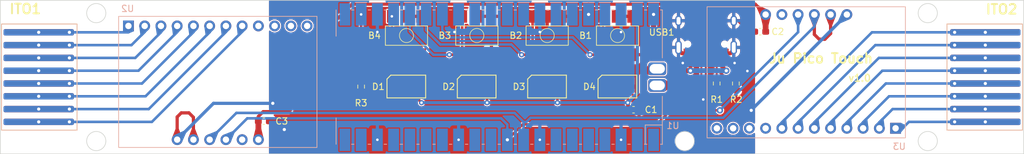
<source format=kicad_pcb>
(kicad_pcb (version 20240108) (generator "pcbnew") (generator_version "8.0")
  (title_block (title "Teeny Controller for IIDX"))
  (layers (0 "F.Cu" signal) (31 "B.Cu" signal) (34 "B.Paste" user) (35 "F.Paste" user) (36 "B.SilkS" user "B.Silkscreen") (37 "F.SilkS" user "F.Silkscreen") (38 "B.Mask" user) (39 "F.Mask" user) (44 "Edge.Cuts" user))
  (net 0 "")
  (net 1 "GND")
  (net 2 "+5V")
  (net 3 "+3V3")
  (net 4 "/A1")
  (net 5 "/A2")
  (net 6 "Net-(USB1-CC1)")
  (net 7 "Net-(USB1-CC2)")
  (net 9 "Net-(D1-In)")
  (net 13 "/SCL")
  (net 14 "/A3")
  (net 15 "/A4")
  (net 16 "/A5")
  (net 17 "/A6")
  (net 18 "/A7")
  (net 19 "/A8")
  (net 21 "/B1")
  (net 22 "/B2")
  (net 23 "/B3")
  (net 24 "/B4")
  (net 25 "/B5")
  (net 26 "/B6")
  (net 27 "/B7")
  (net 28 "/B8")
  (net 32 "Net-(B2-A)")
  (net 36 "/SDA")
  (net 41 "VBUS")
  (net 52 "Net-(U1-USB1)")
  (net 53 "Net-(U1-USB2)")
  (net 57 "Net-(B4-A)")
  (net 58 "Net-(B1-A)")
  (net 59 "Net-(B3-A)")
  (net 64 "Net-(D1-Out)")
  (net 65 "Net-(D2-Out)")
  (net 66 "Net-(D3-Out)")
  (net 68 "Net-(U1-GPIO17)")
  (footprint "Type-C:HRO-TYPE-C-31-M-12-Assembly" (layer "F.Cu") (at 152.22 127.5675 180)
    (property "Reference" "USB1" (at 6.95 -4.4125 0) (layer "F.SilkS"))
    (property "Value" "U262-161N-4BVC11" (hide yes))
    (pad "" np_thru_hole circle (at -2.89 -6.25 180) (size 0.65 0.65) (drill 0.65) (layers "*.Cu" "*.Mask"))
    (pad "" np_thru_hole circle (at 2.89 -6.25 180) (size 0.65 0.65) (drill 0.65) (layers "*.Cu" "*.Mask"))
    (pad "1" smd rect (at -3.225 -7.695 180) (size 0.6 1.45) (layers "F.Cu" "F.Paste" "F.Mask") (net 1 "GND"))
    (pad "2" smd rect (at -2.45 -7.695 180) (size 0.6 1.45) (layers "F.Cu" "F.Paste" "F.Mask") (net 41 "VBUS"))
    (pad "3" smd rect (at -1.75 -7.695 180) (size 0.3 1.45) (layers "F.Cu" "F.Paste" "F.Mask"))
    (pad "4" smd rect (at -1.25 -7.695 180) (size 0.3 1.45) (layers "F.Cu" "F.Paste" "F.Mask") (net 6 "Net-(USB1-CC1)"))
    (pad "5" smd rect (at -0.75 -7.695 180) (size 0.3 1.45) (layers "F.Cu" "F.Paste" "F.Mask") (net 52 "Net-(U1-USB1)"))
    (pad "6" smd rect (at -0.25 -7.695 180) (size 0.3 1.45) (layers "F.Cu" "F.Paste" "F.Mask") (net 53 "Net-(U1-USB2)"))
    (pad "7" smd rect (at 0.25 -7.695 180) (size 0.3 1.45) (layers "F.Cu" "F.Paste" "F.Mask") (net 52 "Net-(U1-USB1)"))
    (pad "8" smd rect (at 0.75 -7.695 180) (size 0.3 1.45) (layers "F.Cu" "F.Paste" "F.Mask") (net 53 "Net-(U1-USB2)"))
    (pad "9" smd rect (at 1.25 -7.695 180) (size 0.3 1.45) (layers "F.Cu" "F.Paste" "F.Mask"))
    (pad "10" smd rect (at 1.75 -7.695 180) (size 0.3 1.45) (layers "F.Cu" "F.Paste" "F.Mask") (net 7 "Net-(USB1-CC2)"))
    (pad "11" smd rect (at 2.45 -7.695 180) (size 0.6 1.45) (layers "F.Cu" "F.Paste" "F.Mask") (net 41 "VBUS"))
    (pad "12" smd rect (at 3.225 -7.695 180) (size 0.6 1.45) (layers "F.Cu" "F.Paste" "F.Mask") (net 1 "GND"))
    (pad "13" thru_hole oval (at -4.32 -6.78 180) (size 1 2.1) (drill oval 0.6 1.7) (layers "*.Cu" "*.Mask") (net 1 "GND"))
    (pad "13" thru_hole oval (at -4.32 -2.6 180) (size 1 1.6) (drill oval 0.6 1.2) (layers "*.Cu" "*.Mask") (net 1 "GND"))
    (pad "13" thru_hole oval (at 4.32 -6.78 180) (size 1 2.1) (drill oval 0.6 1.7) (layers "*.Cu" "*.Mask") (net 1 "GND"))
    (pad "13" thru_hole oval (at 4.32 -2.6 180) (size 1 1.6) (drill oval 0.6 1.2) (layers "*.Cu" "*.Mask") (net 1 "GND"))
  )
  (footprint "ju_touch:EVQP1K05M" (layer "F.Cu") (at 138.37 132.48 90)
    (property "Reference" "B1" (at 0 -5 180) (layer "F.SilkS"))
    (property "Value" "SW_SPST")
    (pad "1" smd rect (at -3 -2.286 270) (size 2 1.524) (layers "F.Cu" "F.Paste" "F.Mask") (net 58 "Net-(B1-A)"))
    (pad "1" smd rect (at -3 0 270) (size 2 1.8) (layers "F.Cu" "F.Paste" "F.Mask") (net 58 "Net-(B1-A)"))
    (pad "1" smd rect (at 3 -2.286 270) (size 2 1.524) (layers "F.Cu" "F.Paste" "F.Mask") (net 58 "Net-(B1-A)"))
    (pad "2" smd rect (at -3 2.286 270) (size 2 1.524) (layers "F.Cu" "F.Paste" "F.Mask") (net 1 "GND"))
    (pad "2" smd rect (at 3 0 270) (size 2 1.8) (layers "F.Cu" "F.Paste" "F.Mask") (net 1 "GND"))
    (pad "2" smd rect (at 3 2.286 270) (size 2 1.524) (layers "F.Cu" "F.Paste" "F.Mask") (net 1 "GND"))
  )
  (footprint "ju_touch:WS2812B-2835" (layer "F.Cu") (at 105.37 140.48 180)
    (property "Reference" "D1" (at 4.4 0 0) (layer "F.SilkS"))
    (property "Value" "WS2812B_Unified" (hide yes))
    (pad "G" smd rect (at 1.6 0.9 180) (size 1.8 1) (layers "F.Cu" "F.Paste" "F.Mask") (net 1 "GND"))
    (pad "I" smd rect (at 1.6 -0.9 180) (size 1.8 1) (layers "F.Cu" "F.Paste" "F.Mask") (net 9 "Net-(D1-In)"))
    (pad "O" smd rect (at -1.6 0.9 180) (size 1.8 1) (layers "F.Cu" "F.Paste" "F.Mask") (net 64 "Net-(D1-Out)"))
    (pad "V" smd rect (at -1.6 -0.9 180) (size 1.8 1) (layers "F.Cu" "F.Paste" "F.Mask") (net 2 "+5V"))
  )
  (footprint "ju_touch:WS2812B-2835" (layer "F.Cu") (at 116.37 140.48 180)
    (property "Reference" "D2" (at 4.4 0 0) (layer "F.SilkS"))
    (property "Value" "WS2812B_Unified" (hide yes))
    (pad "G" smd rect (at 1.6 0.9 180) (size 1.8 1) (layers "F.Cu" "F.Paste" "F.Mask") (net 1 "GND"))
    (pad "I" smd rect (at 1.6 -0.9 180) (size 1.8 1) (layers "F.Cu" "F.Paste" "F.Mask") (net 64 "Net-(D1-Out)"))
    (pad "O" smd rect (at -1.6 0.9 180) (size 1.8 1) (layers "F.Cu" "F.Paste" "F.Mask") (net 65 "Net-(D2-Out)"))
    (pad "V" smd rect (at -1.6 -0.9 180) (size 1.8 1) (layers "F.Cu" "F.Paste" "F.Mask") (net 2 "+5V"))
  )
  (footprint "Resistor_SMD:R_0603_1608Metric_Pad0.98x0.95mm_HandSolder" (layer "F.Cu") (at 98.28 140.4675 -90)
    (property "Reference" "R3" (at 2.5625 0.01 180) (layer "F.SilkS"))
    (property "Value" "10")
    (pad "1" smd roundrect (at -0.9125 0 270) (size 0.975 0.95) (layers "F.Cu" "F.Paste" "F.Mask") (net 68 "Net-(U1-GPIO17)"))
    (pad "2" smd roundrect (at 0.9125 0 270) (size 0.975 0.95) (layers "F.Cu" "F.Paste" "F.Mask") (net 9 "Net-(D1-In)"))
  )
  (footprint "ju_touch:EVQP1K05M" (layer "F.Cu") (at 105.37 132.48 90)
    (property "Reference" "B4" (at 0 -5 180) (layer "F.SilkS"))
    (property "Value" "SW_SPST")
    (pad "1" smd rect (at -3 -2.286 270) (size 2 1.524) (layers "F.Cu" "F.Paste" "F.Mask") (net 57 "Net-(B4-A)"))
    (pad "1" smd rect (at -3 0 270) (size 2 1.8) (layers "F.Cu" "F.Paste" "F.Mask") (net 57 "Net-(B4-A)"))
    (pad "1" smd rect (at 3 -2.286 270) (size 2 1.524) (layers "F.Cu" "F.Paste" "F.Mask") (net 57 "Net-(B4-A)"))
    (pad "2" smd rect (at -3 2.286 270) (size 2 1.524) (layers "F.Cu" "F.Paste" "F.Mask") (net 1 "GND"))
    (pad "2" smd rect (at 3 0 270) (size 2 1.8) (layers "F.Cu" "F.Paste" "F.Mask") (net 1 "GND"))
    (pad "2" smd rect (at 3 2.286 270) (size 2 1.524) (layers "F.Cu" "F.Paste" "F.Mask") (net 1 "GND"))
  )
  (footprint "Capacitor_SMD:C_0603_1608Metric_Pad1.08x0.95mm_HandSolder" (layer "F.Cu") (at 83.07 145.88)
    (property "Reference" "C3" (at 2.8 0 0) (layer "F.SilkS"))
    (property "Value" "0.1uF")
    (pad "1" smd roundrect (at -0.8625 0) (size 1.075 0.95) (layers "F.Cu" "F.Paste" "F.Mask") (net 3 "+3V3"))
    (pad "2" smd roundrect (at 0.8625 0) (size 1.075 0.95) (layers "F.Cu" "F.Paste" "F.Mask") (net 1 "GND"))
  )
  (footprint "Resistor_SMD:R_0603_1608Metric_Pad0.98x0.95mm_HandSolder" (layer "F.Cu") (at 153.87 139.98 -90)
    (property "Reference" "R1" (at 2.5 0 0) (layer "F.SilkS"))
    (property "Value" "5K1")
    (pad "1" smd roundrect (at -0.9125 0 270) (size 0.975 0.95) (layers "F.Cu" "F.Paste" "F.Mask") (net 6 "Net-(USB1-CC1)"))
    (pad "2" smd roundrect (at 0.9125 0 270) (size 0.975 0.95) (layers "F.Cu" "F.Paste" "F.Mask") (net 1 "GND"))
  )
  (footprint "ju_touch:WS2812B-2835" (layer "F.Cu") (at 127.37 140.48 180)
    (property "Reference" "D3" (at 4.4 0 0) (layer "F.SilkS"))
    (property "Value" "WS2812B_Unified" (hide yes))
    (pad "G" smd rect (at 1.6 0.9 180) (size 1.8 1) (layers "F.Cu" "F.Paste" "F.Mask") (net 1 "GND"))
    (pad "I" smd rect (at 1.6 -0.9 180) (size 1.8 1) (layers "F.Cu" "F.Paste" "F.Mask") (net 65 "Net-(D2-Out)"))
    (pad "O" smd rect (at -1.6 0.9 180) (size 1.8 1) (layers "F.Cu" "F.Paste" "F.Mask") (net 66 "Net-(D3-Out)"))
    (pad "V" smd rect (at -1.6 -0.9 180) (size 1.8 1) (layers "F.Cu" "F.Paste" "F.Mask") (net 2 "+5V"))
  )
  (footprint "Capacitor_SMD:C_0603_1608Metric_Pad1.08x0.95mm_HandSolder" (layer "F.Cu") (at 160.67 131.88 180)
    (property "Reference" "C2" (at -2.75 0 0) (layer "F.SilkS"))
    (property "Value" "0.1uF")
    (pad "1" smd roundrect (at -0.8625 0 180) (size 1.075 0.95) (layers "F.Cu" "F.Paste" "F.Mask") (net 3 "+3V3"))
    (pad "2" smd roundrect (at 0.8625 0 180) (size 1.075 0.95) (layers "F.Cu" "F.Paste" "F.Mask") (net 1 "GND"))
  )
  (footprint "ju_touch:EVQP1K05M" (layer "F.Cu") (at 127.37 132.48 90)
    (property "Reference" "B2" (at 0 -4.9 180) (layer "F.SilkS"))
    (property "Value" "SW_SPST")
    (pad "1" smd rect (at -3 -2.286 270) (size 2 1.524) (layers "F.Cu" "F.Paste" "F.Mask") (net 32 "Net-(B2-A)"))
    (pad "1" smd rect (at -3 0 270) (size 2 1.8) (layers "F.Cu" "F.Paste" "F.Mask") (net 32 "Net-(B2-A)"))
    (pad "1" smd rect (at 3 -2.286 270) (size 2 1.524) (layers "F.Cu" "F.Paste" "F.Mask") (net 32 "Net-(B2-A)"))
    (pad "2" smd rect (at -3 2.286 270) (size 2 1.524) (layers "F.Cu" "F.Paste" "F.Mask") (net 1 "GND"))
    (pad "2" smd rect (at 3 0 270) (size 2 1.8) (layers "F.Cu" "F.Paste" "F.Mask") (net 1 "GND"))
    (pad "2" smd rect (at 3 2.286 270) (size 2 1.524) (layers "F.Cu" "F.Paste" "F.Mask") (net 1 "GND"))
  )
  (footprint "Resistor_SMD:R_0603_1608Metric_Pad0.98x0.95mm_HandSolder" (layer "F.Cu") (at 156.87 139.98 -90)
    (property "Reference" "R2" (at 2.5 -0.05 0) (layer "F.SilkS"))
    (property "Value" "5K1")
    (pad "1" smd roundrect (at -0.9125 0 270) (size 0.975 0.95) (layers "F.Cu" "F.Paste" "F.Mask") (net 7 "Net-(USB1-CC2)"))
    (pad "2" smd roundrect (at 0.9125 0 270) (size 0.975 0.95) (layers "F.Cu" "F.Paste" "F.Mask") (net 1 "GND"))
  )
  (footprint "ju_touch:EVQP1K05M" (layer "F.Cu") (at 116.37 132.48 90)
    (property "Reference" "B3" (at 0 -5 180) (layer "F.SilkS"))
    (property "Value" "SW_SPST")
    (pad "1" smd rect (at -3 -2.286 270) (size 2 1.524) (layers "F.Cu" "F.Paste" "F.Mask") (net 59 "Net-(B3-A)"))
    (pad "1" smd rect (at -3 0 270) (size 2 1.8) (layers "F.Cu" "F.Paste" "F.Mask") (net 59 "Net-(B3-A)"))
    (pad "1" smd rect (at 3 -2.286 270) (size 2 1.524) (layers "F.Cu" "F.Paste" "F.Mask") (net 59 "Net-(B3-A)"))
    (pad "2" smd rect (at -3 2.286 270) (size 2 1.524) (layers "F.Cu" "F.Paste" "F.Mask") (net 1 "GND"))
    (pad "2" smd rect (at 3 0 270) (size 2 1.8) (layers "F.Cu" "F.Paste" "F.Mask") (net 1 "GND"))
    (pad "2" smd rect (at 3 2.286 270) (size 2 1.524) (layers "F.Cu" "F.Paste" "F.Mask") (net 1 "GND"))
  )
  (footprint "ju_touch:WS2812B-2835" (layer "F.Cu") (at 138.37 140.48 180)
    (property "Reference" "D4" (at 4.4 0 0) (layer "F.SilkS"))
    (property "Value" "WS2812B_Unified" (hide yes))
    (pad "G" smd rect (at 1.6 0.9 180) (size 1.8 1) (layers "F.Cu" "F.Paste" "F.Mask") (net 1 "GND"))
    (pad "I" smd rect (at 1.6 -0.9 180) (size 1.8 1) (layers "F.Cu" "F.Paste" "F.Mask") (net 66 "Net-(D3-Out)"))
    (pad "O" smd rect (at -1.6 0.9 180) (size 1.8 1) (layers "F.Cu" "F.Paste" "F.Mask"))
    (pad "V" smd rect (at -1.6 -0.9 180) (size 1.8 1) (layers "F.Cu" "F.Paste" "F.Mask") (net 2 "+5V"))
  )
  (footprint "Capacitor_SMD:C_0603_1608Metric_Pad1.08x0.95mm_HandSolder" (layer "F.Cu") (at 140.87 144.08)
    (property "Reference" "C1" (at 2.75 0 180) (layer "F.SilkS"))
    (property "Value" "0.1uF")
    (pad "1" smd roundrect (at -0.8625 0) (size 1.075 0.95) (layers "F.Cu" "F.Paste" "F.Mask") (net 2 "+5V"))
    (pad "2" smd roundrect (at 0.8625 0) (size 1.075 0.95) (layers "F.Cu" "F.Paste" "F.Mask") (net 1 "GND"))
  )
  (footprint "ju_touch:JuTouch_Conn8" (layer "B.Cu") (at 195.87 138.98 90)
    (property "Reference" "ITO2" (at 10.6 2.55 0) (layer "F.SilkS") (effects (font (size 1.5 1.5) (thickness 0.3) (bold yes))))
    (property "Value" "Conn_01x08_Socket" (hide yes))
    (pad "1" thru_hole circle (at -7 -4.8 90) (size 1 1) (drill 0.5) (layers "*.Cu" "*.Mask") (net 21 "/B1"))
    (pad "1" thru_hole roundrect (at -7 0 90) (size 1 11) (drill 0.5) (layers "*.Cu" "*.Mask") (net 21 "/B1"))
    (pad "2" thru_hole circle (at -5 -4.8 90) (size 1 1) (drill 0.5) (layers "*.Cu" "*.Mask") (net 22 "/B2"))
    (pad "2" thru_hole roundrect (at -5 0 90) (size 1 11) (drill 0.5) (layers "*.Cu" "*.Mask") (net 22 "/B2"))
    (pad "3" thru_hole circle (at -3 -4.8 90) (size 1 1) (drill 0.5) (layers "*.Cu" "*.Mask") (net 23 "/B3"))
    (pad "3" thru_hole roundrect (at -3 0 90) (size 1 11) (drill 0.5) (layers "*.Cu" "*.Mask") (net 23 "/B3"))
    (pad "4" thru_hole circle (at -1 -4.8 90) (size 1 1) (drill 0.5) (layers "*.Cu" "*.Mask") (net 24 "/B4"))
    (pad "4" thru_hole roundrect (at -1 0 90) (size 1 11) (drill 0.5) (layers "*.Cu" "*.Mask") (net 24 "/B4"))
    (pad "5" thru_hole circle (at 1 -4.8 90) (size 1 1) (drill 0.5) (layers "*.Cu" "*.Mask") (net 25 "/B5"))
    (pad "5" thru_hole roundrect (at 1 0 90) (size 1 11) (drill 0.5) (layers "*.Cu" "*.Mask") (net 25 "/B5"))
    (pad "6" thru_hole circle (at 3 -4.8 90) (size 1 1) (drill 0.5) (layers "*.Cu" "*.Mask") (net 26 "/B6"))
    (pad "6" thru_hole roundrect (at 3 0 90) (size 1 11) (drill 0.5) (layers "*.Cu" "*.Mask") (net 26 "/B6"))
    (pad "7" thru_hole circle (at 5 -4.8 90) (size 1 1) (drill 0.5) (layers "*.Cu" "*.Mask") (net 27 "/B7"))
    (pad "7" thru_hole roundrect (at 5 0 90) (size 1 11) (drill 0.5) (layers "*.Cu" "*.Mask") (net 27 "/B7"))
    (pad "8" thru_hole circle (at 7 -4.8 90) (size 1 1) (drill 0.5) (layers "*.Cu" "*.Mask") (net 28 "/B8"))
    (pad "8" thru_hole roundrect (at 7 0 90) (size 1 11) (drill 0.5) (layers "*.Cu" "*.Mask") (net 28 "/B8"))
  )
  (footprint "ju_touch:RPi_Pico_SMD_Pins_No_SWD_No_Text" (layer "B.Cu") (at 119.87 138.98 90)
    (property "Reference" "U1" (at -7.6 27.15 0) (layer "B.SilkS") (effects (justify mirror)))
    (property "Value" "PiPico_No_SWD" (hide yes))
    (pad "1" smd rect (at -9.8 24.13 90) (size 3.5 1.7) (layers "B.Cu" "B.Mask"))
    (pad "2" smd rect (at -9.8 21.59 90) (size 3.5 1.7) (layers "B.Cu" "B.Mask"))
    (pad "3" smd rect (at -9.8 19.05 90) (size 3.5 1.7) (layers "B.Cu" "B.Mask") (net 1 "GND"))
    (pad "4" smd rect (at -9.8 16.51 90) (size 3.5 1.7) (layers "B.Cu" "B.Mask"))
    (pad "5" smd rect (at -9.8 13.97 90) (size 3.5 1.7) (layers "B.Cu" "B.Mask"))
    (pad "6" smd rect (at -9.8 11.43 90) (size 3.5 1.7) (layers "B.Cu" "B.Mask"))
    (pad "7" smd rect (at -9.8 8.89 90) (size 3.5 1.7) (layers "B.Cu" "B.Mask"))
    (pad "8" smd rect (at -9.8 6.35 90) (size 3.5 1.7) (layers "B.Cu" "B.Mask") (net 1 "GND"))
    (pad "9" smd rect (at -9.8 3.81 90) (size 3.5 1.7) (layers "B.Cu" "B.Mask") (net 36 "/SDA"))
    (pad "10" smd rect (at -9.8 1.27 90) (size 3.5 1.7) (layers "B.Cu" "B.Mask") (net 13 "/SCL"))
    (pad "11" smd rect (at -9.8 -1.27 90) (size 3.5 1.7) (layers "B.Cu" "B.Mask"))
    (pad "12" smd rect (at -9.8 -3.81 90) (size 3.5 1.7) (layers "B.Cu" "B.Mask"))
    (pad "13" smd rect (at -9.8 -6.35 90) (size 3.5 1.7) (layers "B.Cu" "B.Mask") (net 1 "GND"))
    (pad "14" smd rect (at -9.8 -8.89 90) (size 3.5 1.7) (layers "B.Cu" "B.Mask"))
    (pad "15" smd rect (at -9.8 -11.43 90) (size 3.5 1.7) (layers "B.Cu" "B.Mask"))
    (pad "16" smd rect (at -9.8 -13.97 90) (size 3.5 1.7) (layers "B.Cu" "B.Mask"))
    (pad "17" smd rect (at -9.8 -16.51 90) (size 3.5 1.7) (layers "B.Cu" "B.Mask"))
    (pad "18" smd rect (at -9.8 -19.05 90) (size 3.5 1.7) (layers "B.Cu" "B.Mask") (net 1 "GND"))
    (pad "19" smd rect (at -9.8 -21.59 90) (size 3.5 1.7) (layers "B.Cu" "B.Mask"))
    (pad "20" smd rect (at -9.8 -24.13 90) (size 3.5 1.7) (layers "B.Cu" "B.Mask"))
    (pad "21" smd rect (at 9.8 -24.13 90) (size 3.5 1.7) (layers "B.Cu" "B.Mask"))
    (pad "22" smd rect (at 9.8 -21.59 90) (size 3.5 1.7) (layers "B.Cu" "B.Mask") (net 68 "Net-(U1-GPIO17)"))
    (pad "23" smd rect (at 9.8 -19.05 90) (size 3.5 1.7) (layers "B.Cu" "B.Mask") (net 1 "GND"))
    (pad "24" smd rect (at 9.8 -16.51 90) (size 3.5 1.7) (layers "B.Cu" "B.Mask") (net 57 "Net-(B4-A)"))
    (pad "25" smd rect (at 9.8 -13.97 90) (size 3.5 1.7) (layers "B.Cu" "B.Mask") (net 59 "Net-(B3-A)"))
    (pad "26" smd rect (at 9.8 -11.43 90) (size 3.5 1.7) (layers "B.Cu" "B.Mask") (net 32 "Net-(B2-A)"))
    (pad "27" smd rect (at 9.8 -8.89 90) (size 3.5 1.7) (layers "B.Cu" "B.Mask") (net 58 "Net-(B1-A)"))
    (pad "28" smd rect (at 9.8 -6.35 90) (size 3.5 1.7) (layers "B.Cu" "B.Mask") (net 1 "GND"))
    (pad "29" smd rect (at 9.8 -3.81 90) (size 3.5 1.7) (layers "B.Cu" "B.Mask"))
    (pad "30" smd rect (at 9.8 -1.27 90) (size 3.5 1.7) (layers "B.Cu" "B.Mask"))
    (pad "31" smd rect (at 9.8 1.27 90) (size 3.5 1.7) (layers "B.Cu" "B.Mask"))
    (pad "32" smd rect (at 9.8 3.81 90) (size 3.5 1.7) (layers "B.Cu" "B.Mask"))
    (pad "33" smd rect (at 9.8 6.35 90) (size 3.5 1.7) (layers "B.Cu" "B.Mask") (net 1 "GND"))
    (pad "34" smd rect (at 9.8 8.89 90) (size 3.5 1.7) (layers "B.Cu" "B.Mask"))
    (pad "35" smd rect (at 9.8 11.43 90) (size 3.5 1.7) (layers "B.Cu" "B.Mask"))
    (pad "36" smd rect (at 9.8 13.97 90) (size 3.5 1.7) (layers "B.Cu" "B.Mask") (net 3 "+3V3"))
    (pad "37" smd rect (at 9.8 16.51 90) (size 3.5 1.7) (layers "B.Cu" "B.Mask"))
    (pad "38" smd rect (at 9.8 19.05 90) (size 3.5 1.7) (layers "B.Cu" "B.Mask") (net 1 "GND"))
    (pad "39" smd rect (at 9.8 21.59 90) (size 3.5 1.7) (layers "B.Cu" "B.Mask") (net 2 "+5V"))
    (pad "40" smd rect (at 9.8 24.13 90) (size 3.5 1.7) (layers "B.Cu" "B.Mask") (net 41 "VBUS"))
    (pad "TP2" thru_hole roundrect (at 1.3 24.7 90) (size 2 2.8) (drill oval 1.5 2.4) (layers "*.Cu" "*.Mask") (roundrect_rratio 0.2) (net 52 "Net-(U1-USB1)"))
    (pad "TP3" thru_hole roundrect (at -1.3 24.7 90) (size 2 2.8) (drill oval 1.5 2.4) (layers "*.Cu" "*.Mask") (roundrect_rratio 0.2) (net 53 "Net-(U1-USB2)"))
  )
  (footprint "ju_touch:MPR121_BOARD" (layer "B.Cu") (at 75.87 130.98)
    (property "Reference" "U2" (at -14.1 -2.7 180) (layer "B.SilkS") (effects (justify mirror)))
    (property "Value" "MPR121QR2_BOARD")
    (pad "1" thru_hole oval (at 3.81 17.78 270) (size 1.7 1.7) (drill 1) (layers "*.Cu" "*.Mask"))
    (pad "2" thru_hole oval (at 1.27 17.78 270) (size 1.7 1.7) (drill 1) (layers "*.Cu" "*.Mask") (net 13 "/SCL"))
    (pad "3" thru_hole oval (at -1.27 17.78 270) (size 1.7 1.7) (drill 1) (layers "*.Cu" "*.Mask") (net 36 "/SDA"))
    (pad "4" thru_hole oval (at -3.81 17.78 270) (size 1.7 1.7) (drill 1) (layers "*.Cu" "*.Mask") (net 1 "GND"))
    (pad "6" thru_hole oval (at -6.35 17.78 270) (size 1.7 1.7) (drill 1) (layers "*.Cu" "*.Mask") (net 1 "GND"))
    (pad "8" thru_hole rect (at -13.97 0 270) (size 1.7 1.7) (drill 1) (layers "*.Cu" "*.Mask") (net 4 "/A1"))
    (pad "9" thru_hole oval (at -11.43 0 270) (size 1.7 1.7) (drill 1) (layers "*.Cu" "*.Mask") (net 5 "/A2"))
    (pad "10" thru_hole oval (at -8.89 0 270) (size 1.7 1.7) (drill 1) (layers "*.Cu" "*.Mask") (net 14 "/A3"))
    (pad "11" thru_hole oval (at -6.35 0 270) (size 1.7 1.7) (drill 1) (layers "*.Cu" "*.Mask") (net 15 "/A4"))
    (pad "12" thru_hole oval (at -3.81 0 270) (size 1.7 1.7) (drill 1) (layers "*.Cu" "*.Mask") (net 16 "/A5"))
    (pad "13" thru_hole oval (at -1.27 0 270) (size 1.7 1.7) (drill 1) (layers "*.Cu" "*.Mask") (net 17 "/A6"))
    (pad "14" thru_hole oval (at 1.27 0 270) (size 1.7 1.7) (drill 1) (layers "*.Cu" "*.Mask") (net 18 "/A7"))
    (pad "15" thru_hole oval (at 3.81 0 270) (size 1.7 1.7) (drill 1) (layers "*.Cu" "*.Mask") (net 19 "/A8"))
    (pad "16" thru_hole oval (at 6.35 0 270) (size 1.7 1.7) (drill 1) (layers "*.Cu" "*.Mask"))
    (pad "17" thru_hole oval (at 8.89 0 270) (size 1.7 1.7) (drill 1) (layers "*.Cu" "*.Mask"))
    (pad "18" thru_hole oval (at 11.43 0 270) (size 1.7 1.7) (drill 1) (layers "*.Cu" "*.Mask"))
    (pad "19" thru_hole oval (at 13.97 0 270) (size 1.7 1.7) (drill 1) (layers "*.Cu" "*.Mask"))
    (pad "20" thru_hole oval (at 6.35 17.78 270) (size 1.7 1.7) (drill 1) (layers "*.Cu" "*.Mask") (net 3 "+3V3"))
  )
  (footprint "ju_touch:JuTouch_Conn8" (layer "B.Cu") (at 47.87 138.98 -90)
    (property "Reference" "ITO1" (at -10.65 2.1 0) (layer "F.SilkS") (effects (font (size 1.5 1.5) (thickness 0.3) (bold yes))))
    (property "Value" "Conn_01x08_Socket" (hide yes))
    (pad "1" thru_hole circle (at -7 -4.8 270) (size 1 1) (drill 0.5) (layers "*.Cu" "*.Mask") (net 4 "/A1"))
    (pad "1" thru_hole roundrect (at -7 0 270) (size 1 11) (drill 0.5) (layers "*.Cu" "*.Mask") (net 4 "/A1"))
    (pad "2" thru_hole circle (at -5 -4.8 270) (size 1 1) (drill 0.5) (layers "*.Cu" "*.Mask") (net 5 "/A2"))
    (pad "2" thru_hole roundrect (at -5 0 270) (size 1 11) (drill 0.5) (layers "*.Cu" "*.Mask") (net 5 "/A2"))
    (pad "3" thru_hole circle (at -3 -4.8 270) (size 1 1) (drill 0.5) (layers "*.Cu" "*.Mask") (net 14 "/A3"))
    (pad "3" thru_hole roundrect (at -3 0 270) (size 1 11) (drill 0.5) (layers "*.Cu" "*.Mask") (net 14 "/A3"))
    (pad "4" thru_hole circle (at -1 -4.8 270) (size 1 1) (drill 0.5) (layers "*.Cu" "*.Mask") (net 15 "/A4"))
    (pad "4" thru_hole roundrect (at -1 0 270) (size 1 11) (drill 0.5) (layers "*.Cu" "*.Mask") (net 15 "/A4"))
    (pad "5" thru_hole circle (at 1 -4.8 270) (size 1 1) (drill 0.5) (layers "*.Cu" "*.Mask") (net 16 "/A5"))
    (pad "5" thru_hole roundrect (at 1 0 270) (size 1 11) (drill 0.5) (layers "*.Cu" "*.Mask") (net 16 "/A5"))
    (pad "6" thru_hole circle (at 3 -4.8 270) (size 1 1) (drill 0.5) (layers "*.Cu" "*.Mask") (net 17 "/A6"))
    (pad "6" thru_hole roundrect (at 3 0 270) (size 1 11) (drill 0.5) (layers "*.Cu" "*.Mask") (net 17 "/A6"))
    (pad "7" thru_hole circle (at 5 -4.8 270) (size 1 1) (drill 0.5) (layers "*.Cu" "*.Mask") (net 18 "/A7"))
    (pad "7" thru_hole roundrect (at 5 0 270) (size 1 11) (drill 0.5) (layers "*.Cu" "*.Mask") (net 18 "/A7"))
    (pad "8" thru_hole circle (at 7 -4.8 270) (size 1 1) (drill 0.5) (layers "*.Cu" "*.Mask") (net 19 "/A8"))
    (pad "8" thru_hole roundrect (at 7 0 270) (size 1 11) (drill 0.5) (layers "*.Cu" "*.Mask") (net 19 "/A8"))
  )
  (footprint "ju_touch:MPR121_BOARD" (layer "B.Cu") (at 167.87 146.98 180)
    (property "Reference" "U3" (at -14.55 -2.85 180) (layer "B.SilkS") (effects (justify mirror)))
    (property "Value" "MPR121QR2_BOARD")
    (pad "1" thru_hole oval (at 3.81 17.78 90) (size 1.7 1.7) (drill 1) (layers "*.Cu" "*.Mask"))
    (pad "2" thru_hole oval (at 1.27 17.78 90) (size 1.7 1.7) (drill 1) (layers "*.Cu" "*.Mask") (net 13 "/SCL"))
    (pad "3" thru_hole oval (at -1.27 17.78 90) (size 1.7 1.7) (drill 1) (layers "*.Cu" "*.Mask") (net 36 "/SDA"))
    (pad "4" thru_hole oval (at -3.81 17.78 90) (size 1.7 1.7) (drill 1) (layers "*.Cu" "*.Mask") (net 36 "/SDA"))
    (pad "6" thru_hole oval (at -6.35 17.78 90) (size 1.7 1.7) (drill 1) (layers "*.Cu" "*.Mask") (net 1 "GND"))
    (pad "8" thru_hole rect (at -13.97 0 90) (size 1.7 1.7) (drill 1) (layers "*.Cu" "*.Mask") (net 21 "/B1"))
    (pad "9" thru_hole oval (at -11.43 0 90) (size 1.7 1.7) (drill 1) (layers "*.Cu" "*.Mask") (net 22 "/B2"))
    (pad "10" thru_hole oval (at -8.89 0 90) (size 1.7 1.7) (drill 1) (layers "*.Cu" "*.Mask") (net 23 "/B3"))
    (pad "11" thru_hole oval (at -6.35 0 90) (size 1.7 1.7) (drill 1) (layers "*.Cu" "*.Mask") (net 24 "/B4"))
    (pad "12" thru_hole oval (at -3.81 0 90) (size 1.7 1.7) (drill 1) (layers "*.Cu" "*.Mask") (net 25 "/B5"))
    (pad "13" thru_hole oval (at -1.27 0 90) (size 1.7 1.7) (drill 1) (layers "*.Cu" "*.Mask") (net 26 "/B6"))
    (pad "14" thru_hole oval (at 1.27 0 90) (size 1.7 1.7) (drill 1) (layers "*.Cu" "*.Mask") (net 27 "/B7"))
    (pad "15" thru_hole oval (at 3.81 0 90) (size 1.7 1.7) (drill 1) (layers "*.Cu" "*.Mask") (net 28 "/B8"))
    (pad "16" thru_hole oval (at 6.35 0 90) (size 1.7 1.7) (drill 1) (layers "*.Cu" "*.Mask"))
    (pad "17" thru_hole oval (at 8.89 0 90) (size 1.7 1.7) (drill 1) (layers "*.Cu" "*.Mask"))
    (pad "18" thru_hole oval (at 11.43 0 90) (size 1.7 1.7) (drill 1) (layers "*.Cu" "*.Mask"))
    (pad "19" thru_hole oval (at 13.97 0 90) (size 1.7 1.7) (drill 1) (layers "*.Cu" "*.Mask"))
    (pad "20" thru_hole oval (at 6.35 17.78 90) (size 1.7 1.7) (drill 1) (layers "*.Cu" "*.Mask") (net 3 "+3V3"))
  )
  (gr_circle (center 186.87 148.98) (end 188.37 148.98) (stroke (width 0.1)) (fill none) (layer "Edge.Cuts"))
  (gr_circle (center 56.87 148.98) (end 58.37 148.98) (stroke (width 0.1)) (fill none) (layer "Edge.Cuts"))
  (gr_circle (center 148.87 148.98) (end 150.37 148.98) (stroke (width 0.1)) (fill none) (layer "Edge.Cuts"))
  (gr_circle (center 186.87 128.98) (end 188.37 128.98) (stroke (width 0.1)) (fill none) (layer "Edge.Cuts"))
  (gr_circle (center 56.87 128.98) (end 58.37 128.98) (stroke (width 0.1)) (fill none) (layer "Edge.Cuts"))
  (gr_rect (start 41.87 126.98) (end 201.87 150.98) (stroke (width 0.1)) (fill none) (layer "Edge.Cuts"))
  (gr_text "v1.0\n" (at 174.37 139.78 0) (layer "F.SilkS") (effects (font (size 1.1 1.1) (thickness 0.2) (bold yes)) (justify left bottom)))
  (gr_text "Ju Pico Touch" (at 161.92 136.93 0) (layer "F.SilkS") (effects (font (size 1.5 1.5) (thickness 0.3) (bold yes)) (justify left bottom)))
  (segment (start 107.656 129.48) (end 105.37 129.48) (width 0.4) (layer "F.Cu") (net 1))
  (segment (start 156.54 134.71) (end 156.54 134.3475) (width 0.6) (layer "F.Cu") (net 1))
  (segment (start 156.67 136.78) (end 155.97 136.78) (width 0.5) (layer "F.Cu") (net 1))
  (segment (start 140.656 129.48) (end 138.37 129.48) (width 0.4) (layer "F.Cu") (net 1))
  (segment (start 84.97 145.88) (end 83.9325 145.88) (width 0.5) (layer "F.Cu") (net 1))
  (segment (start 148.4525 135.2625) (end 147.9 134.71) (width 0.6) (layer "F.Cu") (net 1))
  (segment (start 69.52 145.21) (end 70.16 144.57) (width 0.5) (layer "F.Cu") (net 1))
  (segment (start 118.656 129.48) (end 116.37 129.48) (width 0.4) (layer "F.Cu") (net 1))
  (segment (start 155.97 136.78) (end 155.445 136.255) (width 0.5) (layer "F.Cu") (net 1))
  (segment (start 148.57 136.78) (end 148.995 136.355) (width 0.5) (layer "F.Cu") (net 1))
  (segment (start 157.2575 130.1675) (end 156.54 130.1675) (width 0.5) (layer "F.Cu") (net 1))
  (segment (start 107.656 135.48) (end 107.656 129.48) (width 0.4) (layer "F.Cu") (net 1))
  (segment (start 147.9 134.71) (end 147.9 134.3475) (width 0.6) (layer "F.Cu") (net 1))
  (segment (start 129.656 135.48) (end 129.656 129.48) (width 0.4) (layer "F.Cu") (net 1))
  (segment (start 69.52 148.76) (end 69.52 145.21) (width 0.5) (layer "F.Cu") (net 1))
  (segment (start 86.27 147.18) (end 84.97 145.88) (width 0.5) (layer "F.Cu") (net 1))
  (segment (start 155.445 136.255) (end 155.445 135.2625) (width 0.5) (layer "F.Cu") (net 1))
  (segment (start 148.995 135.2625) (end 148.4525 135.2625) (width 0.6) (layer "F.Cu") (net 1))
  (segment (start 72.06 145.27) (end 72.06 148.76) (width 0.5) (layer "F.Cu") (net 1))
  (segment (start 155.445 135.2625) (end 155.9875 135.2625) (width 0.6) (layer "F.Cu") (net 1))
  (segment (start 148.995 136.355) (end 148.995 135.2625) (width 0.5) (layer "F.Cu") (net 1))
  (segment (start 118.656 135.48) (end 118.656 129.48) (width 0.4) (layer "F.Cu") (net 1))
  (segment (start 159.8075 131.88) (end 158.97 131.88) (width 0.5) (layer "F.Cu") (net 1))
  (segment (start 70.16 144.57) (end 71.36 144.57) (width 0.5) (layer "F.Cu") (net 1))
  (segment (start 158.97 131.88) (end 157.2575 130.1675) (width 0.5) (layer "F.Cu") (net 1))
  (segment (start 129.656 129.48) (end 127.37 129.48) (width 0.4) (layer "F.Cu") (net 1))
  (segment (start 155.9875 135.2625) (end 156.54 134.71) (width 0.6) (layer "F.Cu") (net 1))
  (segment (start 140.656 135.48) (end 140.656 129.48) (width 0.4) (layer "F.Cu") (net 1))
  (segment (start 71.36 144.57) (end 72.06 145.27) (width 0.5) (layer "F.Cu") (net 1))
  (via (at 159.27 144.18) (size 1) (drill 0.5) (layers "F.Cu" "B.Cu") (net 1))
  (via (at 86.27 147.18) (size 1) (drill 0.5) (layers "F.Cu" "B.Cu") (net 1))
  (via (at 112.87 131.93) (size 0.8) (drill 0.4) (layers "F.Cu" "B.Cu") (net 1))
  (via (at 126.22 148.78) (size 0.8) (drill 0.4) (layers "F.Cu" "B.Cu") (net 1))
  (via (at 138.92 148.78) (size 0.8) (drill 0.4) (layers "F.Cu" "B.Cu") (net 1))
  (via (at 158.67 138.03) (size 0.8) (drill 0.4) (layers "F.Cu" "B.Cu") (net 1))
  (via (at 156.67 136.78) (size 0.8) (drill 0.4) (layers "F.Cu" "B.Cu") (net 1))
  (via (at 100.82 131.93) (size 0.8) (drill 0.4) (layers "F.Cu" "B.Cu") (net 1))
  (via (at 148.57 136.78) (size 0.8) (drill 0.4) (layers "F.Cu" "B.Cu") (net 1))
  (via (at 84.47 143.08) (size 1) (drill 0.5) (layers "F.Cu" "B.Cu") (net 1))
  (via (at 138.92 131.93) (size 0.8) (drill 0.4) (layers "F.Cu" "B.Cu") (net 1))
  (via (at 126.22 131.93) (size 0.8) (drill 0.4) (layers "F.Cu" "B.Cu") (net 1))
  (via (at 113.52 148.78) (size 0.8) (drill 0.4) (layers "F.Cu" "B.Cu") (net 1))
  (via (at 100.82 148.78) (size 0.8) (drill 0.4) (layers "F.Cu" "B.Cu") (net 1))
  (via (at 151.77 142.48) (size 0.8) (drill 0.4) (layers "F.Cu" "B.Cu") (net 1))
  (segment (start 100.82 131.93) (end 100.82 129.18) (width 0.4) (layer "B.Cu") (net 1))
  (segment (start 159.27 144.15) (end 174.22 129.2) (width 0.5) (layer "B.Cu") (net 1))
  (segment (start 159.27 144.18) (end 159.27 144.15) (width 0.5) (layer "B.Cu") (net 1))
  (segment (start 84.47 143.08) (end 75.2 143.08) (width 0.5) (layer "B.Cu") (net 1))
  (segment (start 138.92 131.93) (end 138.92 129.18) (width 0.4) (layer "B.Cu") (net 1))
  (segment (start 75.2 143.08) (end 69.52 148.76) (width 0.5) (layer "B.Cu") (net 1))
  (segment (start 126.22 131.93) (end 126.22 129.18) (width 0.4) (layer "B.Cu") (net 1))
  (segment (start 113.52 131.28) (end 113.52 129.18) (width 0.4) (layer "B.Cu") (net 1))
  (segment (start 112.87 131.93) (end 113.52 131.28) (width 0.4) (layer "B.Cu") (net 1))
  (segment (start 139.97 142.98) (end 139.97 141.38) (width 0.4) (layer "F.Cu") (net 2))
  (segment (start 106.97 142.23) (end 106.97 141.38) (width 0.4) (layer "F.Cu") (net 2))
  (segment (start 117.97 142.98) (end 117.97 141.38) (width 0.4) (layer "F.Cu") (net 2))
  (segment (start 107.72 142.98) (end 106.97 142.23) (width 0.4) (layer "F.Cu") (net 2))
  (segment (start 140.0075 143.0175) (end 140.0075 144.08) (width 0.6) (layer "F.Cu") (net 2))
  (segment (start 128.97 142.98) (end 128.97 141.38) (width 0.4) (layer "F.Cu") (net 2))
  (segment (start 139.97 142.98) (end 140.0075 143.0175) (width 0.6) (layer "F.Cu") (net 2))
  (via (at 107.72 142.98) (size 0.8) (drill 0.4) (layers "F.Cu" "B.Cu") (net 2))
  (via (at 139.97 142.98) (size 0.8) (drill 0.4) (layers "F.Cu" "B.Cu") (net 2))
  (via (at 117.97 142.98) (size 0.8) (drill 0.4) (layers "F.Cu" "B.Cu") (net 2))
  (via (at 128.97 142.98) (size 0.8) (drill 0.4) (layers "F.Cu" "B.Cu") (net 2))
  (segment (start 139.97 142.98) (end 141.46 141.49) (width 0.5) (layer "B.Cu") (net 2))
  (segment (start 141.46 141.49) (end 141.46 129.18) (width 0.5) (layer "B.Cu") (net 2))
  (segment (start 139.97 142.98) (end 107.72 142.98) (width 0.5) (layer "B.Cu") (net 2))
  (segment (start 86.97 144.38) (end 82.97 144.38) (width 0.5) (layer "F.Cu") (net 3))
  (segment (start 82.22 148.76) (end 82.22 145.98) (width 0.9) (layer "F.Cu") (net 3))
  (segment (start 161.52 131.8675) (end 161.5325 131.88) (width 0.9) (layer "F.Cu") (net 3))
  (segment (start 161.52 129.2) (end 161.52 131.8675) (width 0.9) (layer "F.Cu") (net 3))
  (segment (start 161.52 129.2) (end 159.9 127.58) (width 0.5) (layer "F.Cu") (net 3))
  (segment (start 82.97 144.38) (end 82.2075 145.1425) (width 0.5) (layer "F.Cu") (net 3))
  (segment (start 159.9 127.58) (end 96.87 127.58) (width 0.5) (layer "F.Cu") (net 3))
  (segment (start 82.2075 145.1425) (end 82.2075 145.88) (width 0.5) (layer "F.Cu") (net 3))
  (segment (start 93.22 131.23) (end 93.22 138.13) (width 0.5) (layer "F.Cu") (net 3))
  (segment (start 93.22 138.13) (end 86.97 144.38) (width 0.5) (layer "F.Cu") (net 3))
  (segment (start 133.84 127.58) (end 133.84 129.18) (width 0.5) (layer "F.Cu") (net 3))
  (segment (start 96.87 127.58) (end 93.22 131.23) (width 0.5) (layer "F.Cu") (net 3))
  (segment (start 82.22 145.8675) (end 82.22 145.98) (width 0.5) (layer "F.Cu") (net 3))
  (via (at 133.84 129.18) (size 1) (drill 0.5) (layers "F.Cu" "B.Cu") (net 3))
  (segment (start 61.9 130.98) (end 61.9 131.95) (width 0.4) (layer "B.Cu") (net 4))
  (segment (start 61.87 131.98) (end 52.67 131.98) (width 0.4) (layer "B.Cu") (net 4))
  (segment (start 61.9 131.95) (end 61.87 131.98) (width 0.4) (layer "B.Cu") (net 4))
  (segment (start 64.44 131.91) (end 62.37 133.98) (width 0.4) (layer "B.Cu") (net 5))
  (segment (start 62.37 133.98) (end 52.67 133.98) (width 0.4) (layer "B.Cu") (net 5))
  (segment (start 64.44 130.98) (end 64.44 131.91) (width 0.4) (layer "B.Cu") (net 5))
  (segment (start 153.87 136.78) (end 153.87 139.0675) (width 0.3) (layer "F.Cu") (net 6))
  (segment (start 153.47 135.2625) (end 153.47 136.38) (width 0.3) (layer "F.Cu") (net 6))
  (segment (start 153.47 136.38) (end 153.87 136.78) (width 0.3) (layer "F.Cu") (net 6))
  (segment (start 150.47 133.18) (end 151.47 132.18) (width 0.3) (layer "F.Cu") (net 7))
  (segment (start 157.27 132.18) (end 158.12 133.03) (width 0.3) (layer "F.Cu") (net 7))
  (segment (start 150.47 135.2625) (end 150.47 133.18) (width 0.3) (layer "F.Cu") (net 7))
  (segment (start 158.12 133.03) (end 158.12 136.88) (width 0.3) (layer "F.Cu") (net 7))
  (segment (start 158.12 136.88) (end 156.87 138.13) (width 0.3) (layer "F.Cu") (net 7))
  (segment (start 151.47 132.18) (end 157.27 132.18) (width 0.3) (layer "F.Cu") (net 7))
  (segment (start 156.87 138.13) (end 156.87 139.0675) (width 0.3) (layer "F.Cu") (net 7))
  (segment (start 103.77 141.38) (end 98.28 141.38) (width 0.4) (layer "F.Cu") (net 9))
  (segment (start 123.54 146.38) (end 121.14 148.78) (width 0.4) (layer "F.Cu") (net 13))
  (segment (start 154.37 144.18) (end 146.67 144.18) (width 0.4) (layer "F.Cu") (net 13))
  (segment (start 146.67 144.18) (end 144.47 146.38) (width 0.4) (layer "F.Cu") (net 13))
  (segment (start 144.47 146.38) (end 123.54 146.38) (width 0.4) (layer "F.Cu") (net 13))
  (via (at 121.14 148.78) (size 1) (drill 0.5) (layers "F.Cu" "B.Cu") (net 13))
  (via (at 154.37 144.18) (size 1) (drill 0.5) (layers "F.Cu" "B.Cu") (net 13))
  (segment (start 166.6 131.95) (end 166.6 129.2) (width 0.4) (layer "B.Cu") (net 13))
  (segment (start 154.37 144.18) (end 166.6 131.95) (width 0.4) (layer "B.Cu") (net 13))
  (segment (start 120.17 145.43) (end 80.47 145.43) (width 0.4) (layer "B.Cu") (net 13))
  (segment (start 121.14 146.4) (end 120.17 145.43) (width 0.4) (layer "B.Cu") (net 13))
  (segment (start 80.47 145.43) (end 77.14 148.76) (width 0.4) (layer "B.Cu") (net 13))
  (segment (start 121.14 148.78) (end 121.14 146.4) (width 0.4) (layer "B.Cu") (net 13))
  (segment (start 66.98 131.97) (end 62.97 135.98) (width 0.4) (layer "B.Cu") (net 14))
  (segment (start 62.97 135.98) (end 52.67 135.98) (width 0.4) (layer "B.Cu") (net 14))
  (segment (start 66.98 130.98) (end 66.98 131.97) (width 0.4) (layer "B.Cu") (net 14))
  (segment (start 69.52 131.93) (end 63.47 137.98) (width 0.4) (layer "B.Cu") (net 15))
  (segment (start 63.47 137.98) (end 52.67 137.98) (width 0.4) (layer "B.Cu") (net 15))
  (segment (start 69.52 130.98) (end 69.52 131.93) (width 0.4) (layer "B.Cu") (net 15))
  (segment (start 72.06 131.94) (end 64.02 139.98) (width 0.4) (layer "B.Cu") (net 16))
  (segment (start 64.02 139.98) (end 52.67 139.98) (width 0.4) (layer "B.Cu") (net 16))
  (segment (start 72.06 130.98) (end 72.06 131.94) (width 0.4) (layer "B.Cu") (net 16))
  (segment (start 74.6 131.95) (end 64.57 141.98) (width 0.4) (layer "B.Cu") (net 17))
  (segment (start 64.57 141.98) (end 52.67 141.98) (width 0.4) (layer "B.Cu") (net 17))
  (segment (start 74.6 130.98) (end 74.6 131.95) (width 0.4) (layer "B.Cu") (net 17))
  (segment (start 77.14 131.91) (end 65.07 143.98) (width 0.4) (layer "B.Cu") (net 18))
  (segment (start 77.14 130.98) (end 77.14 131.91) (width 0.4) (layer "B.Cu") (net 18))
  (segment (start 65.07 143.98) (end 52.67 143.98) (width 0.4) (layer "B.Cu") (net 18))
  (segment (start 79.68 131.87) (end 65.57 145.98) (width 0.4) (layer "B.Cu") (net 19))
  (segment (start 79.68 130.98) (end 79.68 131.87) (width 0.4) (layer "B.Cu") (net 19))
  (segment (start 65.57 145.98) (end 52.67 145.98) (width 0.4) (layer "B.Cu") (net 19))
  (segment (start 182.92 146.98) (end 183.92 145.98) (width 0.4) (layer "B.Cu") (net 21))
  (segment (start 183.92 145.98) (end 191.07 145.98) (width 0.4) (layer "B.Cu") (net 21))
  (segment (start 181.84 146.98) (end 182.92 146.98) (width 0.4) (layer "B.Cu") (net 21))
  (segment (start 179.3 146.05) (end 181.37 143.98) (width 0.4) (layer "B.Cu") (net 22))
  (segment (start 181.37 143.98) (end 191.07 143.98) (width 0.4) (layer "B.Cu") (net 22))
  (segment (start 179.3 146.98) (end 179.3 146.05) (width 0.4) (layer "B.Cu") (net 22))
  (segment (start 180.82 141.98) (end 191.07 141.98) (width 0.4) (layer "B.Cu") (net 23))
  (segment (start 176.76 146.04) (end 180.82 141.98) (width 0.4) (layer "B.Cu") (net 23))
  (segment (start 176.76 146.98) (end 176.76 146.04) (width 0.4) (layer "B.Cu") (net 23))
  (segment (start 180.32 139.98) (end 191.07 139.98) (width 0.4) (layer "B.Cu") (net 24))
  (segment (start 174.22 146.08) (end 180.32 139.98) (width 0.4) (layer "B.Cu") (net 24))
  (segment (start 174.22 146.98) (end 174.22 146.08) (width 0.4) (layer "B.Cu") (net 24))
  (segment (start 171.68 146.07) (end 179.77 137.98) (width 0.4) (layer "B.Cu") (net 25))
  (segment (start 179.77 137.98) (end 191.07 137.98) (width 0.4) (layer "B.Cu") (net 25))
  (segment (start 171.68 146.98) (end 171.68 146.07) (width 0.4) (layer "B.Cu") (net 25))
  (segment (start 179.22 135.98) (end 191.07 135.98) (width 0.4) (layer "B.Cu") (net 26))
  (segment (start 169.14 146.06) (end 179.22 135.98) (width 0.4) (layer "B.Cu") (net 26))
  (segment (start 169.14 146.98) (end 169.14 146.06) (width 0.4) (layer "B.Cu") (net 26))
  (segment (start 166.6 146.98) (end 166.6 146.05) (width 0.4) (layer "B.Cu") (net 27))
  (segment (start 178.67 133.98) (end 191.07 133.98) (width 0.4) (layer "B.Cu") (net 27))
  (segment (start 166.6 146.05) (end 178.67 133.98) (width 0.4) (layer "B.Cu") (net 27))
  (segment (start 178.145 131.98) (end 191.07 131.98) (width 0.4) (layer "B.Cu") (net 28))
  (segment (start 164.06 146.065) (end 178.145 131.98) (width 0.4) (layer "B.Cu") (net 28))
  (segment (start 164.06 146.98) (end 164.06 146.065) (width 0.4) (layer "B.Cu") (net 28))
  (segment (start 123.37 135.48) (end 125.084 135.48) (width 0.4) (layer "F.Cu") (net 32))
  (segment (start 125.084 129.48) (end 125.084 135.48) (width 0.4) (layer "F.Cu") (net 32))
  (segment (start 125.084 135.48) (end 127.37 135.48) (width 0.4) (layer "F.Cu") (net 32))
  (via (at 123.37 135.48) (size 0.8) (drill 0.4) (layers "F.Cu" "B.Cu") (net 32))
  (segment (start 121.77 133.88) (end 123.37 135.48) (width 0.4) (layer "B.Cu") (net 32))
  (segment (start 110.67 133.88) (end 121.77 133.88) (width 0.4) (layer "B.Cu") (net 32))
  (segment (start 108.44 131.65) (end 110.67 133.88) (width 0.4) (layer "B.Cu") (net 32))
  (segment (start 108.44 129.18) (end 108.44 131.65) (width 0.4) (layer "B.Cu") (net 32))
  (segment (start 169.89 133.06) (end 169.14 132.31) (width 0.5) (layer "F.Cu") (net 36))
  (segment (start 171.68 129.2) (end 171.68 132.17) (width 0.5) (layer "F.Cu") (net 36))
  (segment (start 170.79 133.06) (end 169.89 133.06) (width 0.5) (layer "F.Cu") (net 36))
  (segment (start 169.14 132.31) (end 169.14 129.2) (width 0.5) (layer "F.Cu") (net 36))
  (segment (start 171.68 132.17) (end 170.79 133.06) (width 0.5) (layer "F.Cu") (net 36))
  (segment (start 123.68 145.99) (end 124.11 145.99) (width 0.4) (layer "B.Cu") (net 36))
  (segment (start 123.68 145.99) (end 122.27 144.58) (width 0.4) (layer "B.Cu") (net 36))
  (segment (start 124.11 145.99) (end 124.77 145.33) (width 0.4) (layer "B.Cu") (net 36))
  (segment (start 124.77 145.33) (end 154.89 145.33) (width 0.4) (layer "B.Cu") (net 36))
  (segment (start 154.89 145.33) (end 169.14 131.08) (width 0.4) (layer "B.Cu") (net 36))
  (segment (start 123.68 148.78) (end 123.68 145.99) (width 0.4) (layer "B.Cu") (net 36))
  (segment (start 122.27 144.58) (end 78.78 144.58) (width 0.4) (layer "B.Cu") (net 36))
  (segment (start 169.14 131.08) (end 169.14 129.2) (width 0.4) (layer "B.Cu") (net 36))
  (segment (start 78.78 144.58) (end 74.6 148.76) (width 0.4) (layer "B.Cu") (net 36))
  (segment (start 155.37 137.98) (end 154.67 137.28) (width 0.6) (layer "F.Cu") (net 41))
  (segment (start 144 133.293748) (end 144 129.18) (width 0.8) (layer "F.Cu") (net 41))
  (segment (start 147.228126 136.521874) (end 144 133.293748) (width 0.8) (layer "F.Cu") (net 41))
  (segment (start 148.07 137.98) (end 147.228126 137.138126) (width 0.8) (layer "F.Cu") (net 41))
  (segment (start 149.77 137.98) (end 148.07 137.98) (width 0.8) (layer "F.Cu") (net 41))
  (segment (start 154.67 137.28) (end 154.67 135.2625) (width 0.6) (layer "F.Cu") (net 41))
  (segment (start 147.228126 137.138126) (end 147.228126 136.521874) (width 0.8) (layer "F.Cu") (net 41))
  (segment (start 149.77 137.98) (end 149.77 135.2625) (width 0.6) (layer "F.Cu") (net 41))
  (via (at 155.37 137.98) (size 1) (drill 0.5) (layers "F.Cu" "B.Cu") (net 41))
  (via (at 144 129.18) (size 1) (drill 0.5) (layers "F.Cu" "B.Cu") (net 41))
  (via (at 149.77 137.98) (size 1) (drill 0.5) (layers "F.Cu" "B.Cu") (net 41))
  (segment (start 149.77 137.98) (end 155.37 137.98) (width 0.8) (layer "B.Cu") (net 41))
  (segment (start 152.17 138.93) (end 152.17 136.83) (width 0.3) (layer "F.Cu") (net 52))
  (segment (start 142.07 138.78) (end 142.07 141.33) (width 0.3) (layer "F.Cu") (net 52))
  (segment (start 152.52 136.83) (end 152.97 136.38) (width 0.3) (layer "F.Cu") (net 52))
  (segment (start 151.97 136.63) (end 152.17 136.83) (width 0.3) (layer "F.Cu") (net 52))
  (segment (start 152.97 136.38) (end 152.97 135.2625) (width 0.3) (layer "F.Cu") (net 52))
  (segment (start 144.57 137.68) (end 143.17 137.68) (width 0.3) (layer "F.Cu") (net 52))
  (segment (start 152.17 136.83) (end 152.52 136.83) (width 0.3) (layer "F.Cu") (net 52))
  (segment (start 148.87 142.23) (end 152.17 138.93) (width 0.3) (layer "F.Cu") (net 52))
  (segment (start 151.97 135.2625) (end 151.97 136.63) (width 0.3) (layer "F.Cu") (net 52))
  (segment (start 143.17 137.68) (end 142.07 138.78) (width 0.3) (layer "F.Cu") (net 52))
  (segment (start 142.97 142.23) (end 148.87 142.23) (width 0.3) (layer "F.Cu") (net 52))
  (segment (start 142.07 141.33) (end 142.97 142.23) (width 0.3) (layer "F.Cu") (net 52))
  (segment (start 151.47 138.68) (end 151.47 135.2625) (width 0.3) (layer "F.Cu") (net 53))
  (segment (start 152.47 135.2625) (end 152.47 134.18) (width 0.3) (layer "F.Cu") (net 53))
  (segment (start 151.77 133.88) (end 151.47 134.18) (width 0.3) (layer "F.Cu") (net 53))
  (segment (start 149.87 140.28) (end 151.47 138.68) (width 0.3) (layer "F.Cu") (net 53))
  (segment (start 151.47 134.18) (end 151.47 135.2625) (width 0.3) (layer "F.Cu") (net 53))
  (segment (start 152.17 133.88) (end 151.77 133.88) (width 0.3) (layer "F.Cu") (net 53))
  (segment (start 144.57 140.28) (end 149.87 140.28) (width 0.3) (layer "F.Cu") (net 53))
  (segment (start 152.47 134.18) (end 152.17 133.88) (width 0.3) (layer "F.Cu") (net 53))
  (segment (start 103.084 129.48) (end 103.084 135.48) (width 0.4) (layer "F.Cu") (net 57))
  (segment (start 105.37 135.48) (end 103.084 135.48) (width 0.4) (layer "F.Cu") (net 57))
  (via (at 103.084 129.48) (size 0.8) (drill 0.4) (layers "F.Cu" "B.Cu") (net 57))
  (segment (start 136.084 135.48) (end 138.37 135.48) (width 0.4) (layer "F.Cu") (net 58))
  (segment (start 136.084 129.48) (end 136.084 135.48) (width 0.4) (layer "F.Cu") (net 58))
  (segment (start 134.07 135.48) (end 136.084 135.48) (width 0.4) (layer "F.Cu") (net 58))
  (via (at 134.07 135.48) (size 0.8) (drill 0.4) (layers "F.Cu" "B.Cu") (net 58))
  (segment (start 110.97 130.09) (end 110.97 131.68) (width 0.4) (layer "B.Cu") (net 58))
  (segment (start 110.98 130.08) (end 110.97 130.09) (width 0.4) (layer "B.Cu") (net 58))
  (segment (start 131.37 132.78) (end 134.07 135.48) (width 0.4) (layer "B.Cu") (net 58))
  (segment (start 112.07 132.78) (end 122.77 132.78) (width 0.4) (layer "B.Cu") (net 58))
  (segment (start 122.77 132.78) (end 131.37 132.78) (width 0.4) (layer "B.Cu") (net 58))
  (segment (start 110.97 131.68) (end 112.07 132.78) (width 0.4) (layer "B.Cu") (net 58))
  (segment (start 110.98 129.18) (end 110.98 130.08) (width 0.4) (layer "B.Cu") (net 58))
  (segment (start 116.37 135.48) (end 112.07 135.48) (width 0.4) (layer "F.Cu") (net 59))
  (segment (start 114.084 135.48) (end 112.07 135.48) (width 0.4) (layer "F.Cu") (net 59))
  (segment (start 114.084 129.48) (end 114.084 135.48) (width 0.4) (layer "F.Cu") (net 59))
  (via (at 112.07 135.48) (size 0.8) (drill 0.4) (layers "F.Cu" "B.Cu") (net 59))
  (segment (start 112.07 135.48) (end 109.57 135.48) (width 0.4) (layer "B.Cu") (net 59))
  (segment (start 109.57 135.48) (end 105.9 131.81) (width 0.4) (layer "B.Cu") (net 59))
  (segment (start 105.9 131.81) (end 105.9 129.18) (width 0.4) (layer "B.Cu") (net 59))
  (segment (start 112.17 141.38) (end 110.37 139.58) (width 0.4) (layer "F.Cu") (net 64))
  (segment (start 110.37 139.58) (end 106.97 139.58) (width 0.4) (layer "F.Cu") (net 64))
  (segment (start 114.77 141.38) (end 112.17 141.38) (width 0.4) (layer "F.Cu") (net 64))
  (segment (start 123.17 141.38) (end 121.37 139.58) (width 0.4) (layer "F.Cu") (net 65))
  (segment (start 121.37 139.58) (end 117.97 139.58) (width 0.4) (layer "F.Cu") (net 65))
  (segment (start 125.77 141.38) (end 123.17 141.38) (width 0.4) (layer "F.Cu") (net 65))
  (segment (start 132.37 139.58) (end 128.97 139.58) (width 0.4) (layer "F.Cu") (net 66))
  (segment (start 134.17 141.38) (end 132.37 139.58) (width 0.4) (layer "F.Cu") (net 66))
  (segment (start 136.77 141.38) (end 134.17 141.38) (width 0.4) (layer "F.Cu") (net 66))
  (segment (start 98.28 139.555) (end 98.28 129.18) (width 0.4) (layer "F.Cu") (net 68))
  (via (at 98.28 129.18) (size 0.8) (drill 0.4) (layers "F.Cu" "B.Cu") (net 68))
  (zone (net 1) (net_name "GND") (layers "F&B.Cu") (connect_pads (clearance 0)) (min_thickness 0.25) (fill yes (thermal_gap 0.5) (thermal_bridge_width 0.5))
    (polygon (pts (xy 83.87 126.98) (xy 83.87 150.98) (xy 159.87 150.98) (xy 159.87 126.98)))
  )
)
</source>
